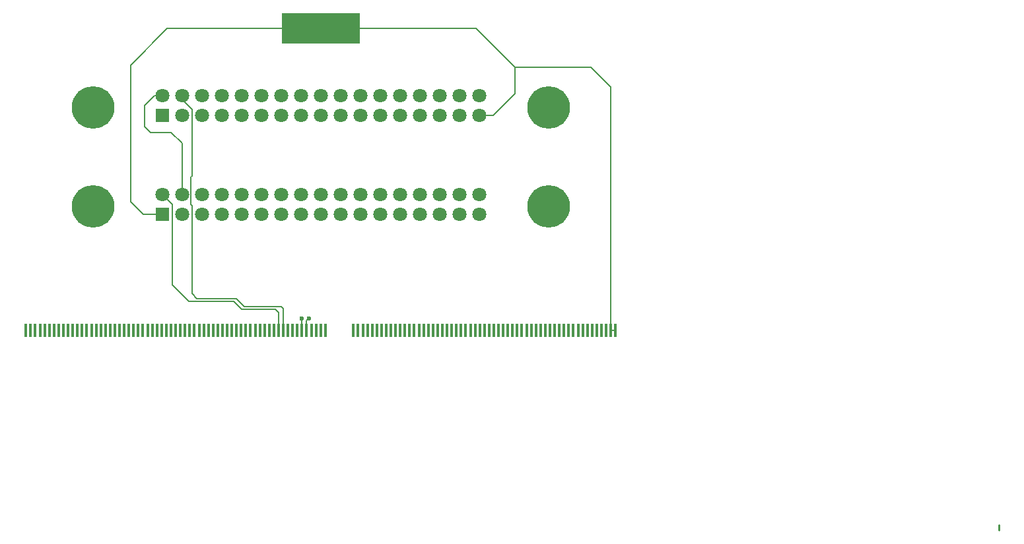
<source format=gbr>
G04 #@! TF.GenerationSoftware,KiCad,Pcbnew,5.1.5+dfsg1-2build2*
G04 #@! TF.CreationDate,2021-02-25T12:04:28+01:00*
G04 #@! TF.ProjectId,DIMMCartridgeConect,44494d4d-4361-4727-9472-69646765436f,rev?*
G04 #@! TF.SameCoordinates,Original*
G04 #@! TF.FileFunction,Copper,L1,Top*
G04 #@! TF.FilePolarity,Positive*
%FSLAX46Y46*%
G04 Gerber Fmt 4.6, Leading zero omitted, Abs format (unit mm)*
G04 Created by KiCad (PCBNEW 5.1.5+dfsg1-2build2) date 2021-02-25 12:04:28*
%MOMM*%
%LPD*%
G04 APERTURE LIST*
%ADD10R,0.400000X1.800000*%
%ADD11R,10.000000X4.000000*%
%ADD12R,1.800000X1.800000*%
%ADD13C,1.800000*%
%ADD14C,5.460000*%
%ADD15C,0.600000*%
%ADD16C,0.250000*%
%ADD17C,0.152400*%
%ADD18C,0.110000*%
G04 APERTURE END LIST*
D10*
X137800000Y-131640000D03*
X137200000Y-131640000D03*
X136600000Y-131640000D03*
X136000000Y-131640000D03*
X135400000Y-131640000D03*
X134800000Y-131640000D03*
X134200000Y-131640000D03*
X133600000Y-131640000D03*
X133000000Y-131640000D03*
X132400000Y-131640000D03*
X131800000Y-131640000D03*
X131200000Y-131640000D03*
X130600000Y-131640000D03*
X130000000Y-131640000D03*
X129400000Y-131640000D03*
X128800000Y-131640000D03*
X128200000Y-131640000D03*
X127600000Y-131640000D03*
X127000000Y-131640000D03*
X126400000Y-131640000D03*
X125800000Y-131640000D03*
X125200000Y-131640000D03*
X124600000Y-131640000D03*
X124000000Y-131640000D03*
X123400000Y-131640000D03*
X122800000Y-131640000D03*
X122200000Y-131640000D03*
X121600000Y-131640000D03*
X121000000Y-131640000D03*
X120400000Y-131640000D03*
X119800000Y-131640000D03*
X119200000Y-131640000D03*
X118600000Y-131640000D03*
X118000000Y-131640000D03*
X117400000Y-131640000D03*
X116800000Y-131640000D03*
X116200000Y-131640000D03*
X115600000Y-131640000D03*
X115000000Y-131640000D03*
X114400000Y-131640000D03*
X113800000Y-131640000D03*
X113200000Y-131640000D03*
X112600000Y-131640000D03*
X112000000Y-131640000D03*
X111400000Y-131640000D03*
X110800000Y-131640000D03*
X110200000Y-131640000D03*
X109600000Y-131640000D03*
X109000000Y-131640000D03*
X108400000Y-131640000D03*
X107800000Y-131640000D03*
X107200000Y-131640000D03*
X106600000Y-131640000D03*
X106000000Y-131640000D03*
X105400000Y-131640000D03*
X104800000Y-131640000D03*
X104200000Y-131640000D03*
X100600000Y-131640000D03*
X100000000Y-131640000D03*
X99400000Y-131640000D03*
X98800000Y-131640000D03*
X98200000Y-131640000D03*
X97600000Y-131640000D03*
X97000000Y-131640000D03*
X96400000Y-131640000D03*
X95800000Y-131640000D03*
X95200000Y-131640000D03*
X94600000Y-131640000D03*
X94000000Y-131640000D03*
X93400000Y-131640000D03*
X92800000Y-131640000D03*
X92200000Y-131640000D03*
X91600000Y-131640000D03*
X91000000Y-131640000D03*
X90400000Y-131640000D03*
X89800000Y-131640000D03*
X89200000Y-131640000D03*
X88600000Y-131640000D03*
X88000000Y-131640000D03*
X87400000Y-131640000D03*
X86800000Y-131640000D03*
X86200000Y-131640000D03*
X85600000Y-131640000D03*
X85000000Y-131640000D03*
X84400000Y-131640000D03*
X83800000Y-131640000D03*
X83200000Y-131640000D03*
X82600000Y-131640000D03*
X82000000Y-131640000D03*
X81400000Y-131640000D03*
X80800000Y-131640000D03*
X80200000Y-131640000D03*
X79600000Y-131640000D03*
X79000000Y-131640000D03*
X78400000Y-131640000D03*
X77800000Y-131640000D03*
X77200000Y-131640000D03*
X76600000Y-131640000D03*
X76000000Y-131640000D03*
X75400000Y-131640000D03*
X74800000Y-131640000D03*
X74200000Y-131640000D03*
X73600000Y-131640000D03*
X73000000Y-131640000D03*
X72400000Y-131640000D03*
X71800000Y-131640000D03*
X71200000Y-131640000D03*
X70600000Y-131640000D03*
X70000000Y-131640000D03*
X69400000Y-131640000D03*
X68800000Y-131640000D03*
X68200000Y-131640000D03*
X67600000Y-131640000D03*
X67000000Y-131640000D03*
X66400000Y-131640000D03*
X65800000Y-131640000D03*
X65200000Y-131640000D03*
X64600000Y-131640000D03*
X64000000Y-131640000D03*
X63400000Y-131640000D03*
X62800000Y-131640000D03*
X62200000Y-131640000D03*
D11*
X100000000Y-92874000D03*
D12*
X79680000Y-104000000D03*
D13*
X79680000Y-101460000D03*
X82220000Y-104000000D03*
X82220000Y-101460000D03*
X84760000Y-104000000D03*
X84760000Y-101460000D03*
X87300000Y-104000000D03*
X87300000Y-101460000D03*
X89840000Y-104000000D03*
X89840000Y-101460000D03*
X92380000Y-104000000D03*
X92380000Y-101460000D03*
X94920000Y-104000000D03*
X94920000Y-101460000D03*
X97460000Y-104000000D03*
X97460000Y-101460000D03*
X100000000Y-104000000D03*
X100000000Y-101460000D03*
X102540000Y-104000000D03*
X102540000Y-101460000D03*
D14*
X70790000Y-102980000D03*
D13*
X105080000Y-104000000D03*
X105080000Y-101460000D03*
X107620000Y-104000000D03*
X107620000Y-101460000D03*
X110160000Y-104000000D03*
X110160000Y-101460000D03*
X112700000Y-104000000D03*
X112700000Y-101460000D03*
X115240000Y-104000000D03*
X115240000Y-101460000D03*
X117780000Y-104000000D03*
X117780000Y-101460000D03*
X120320000Y-104000000D03*
X120320000Y-101460000D03*
D14*
X129210000Y-102980000D03*
X129210000Y-115680000D03*
D13*
X120320000Y-114160000D03*
X120320000Y-116700000D03*
X117780000Y-114160000D03*
X117780000Y-116700000D03*
X115240000Y-114160000D03*
X115240000Y-116700000D03*
X112700000Y-114160000D03*
X112700000Y-116700000D03*
X110160000Y-114160000D03*
X110160000Y-116700000D03*
X107620000Y-114160000D03*
X107620000Y-116700000D03*
X105080000Y-114160000D03*
X105080000Y-116700000D03*
D14*
X70790000Y-115680000D03*
D13*
X102540000Y-114160000D03*
X102540000Y-116700000D03*
X100000000Y-114160000D03*
X100000000Y-116700000D03*
X97460000Y-114160000D03*
X97460000Y-116700000D03*
X94920000Y-114160000D03*
X94920000Y-116700000D03*
X92380000Y-114160000D03*
X92380000Y-116700000D03*
X89840000Y-114160000D03*
X89840000Y-116700000D03*
X87300000Y-114160000D03*
X87300000Y-116700000D03*
X84760000Y-114160000D03*
X84760000Y-116700000D03*
X82220000Y-114160000D03*
X82220000Y-116700000D03*
X79680000Y-114160000D03*
D12*
X79680000Y-116700000D03*
D15*
X98476000Y-130085000D03*
X97587000Y-130085000D03*
D16*
X186949000Y-157280000D02*
X186949000Y-156580000D01*
D17*
X137200000Y-131640000D02*
X137800000Y-131640000D01*
X137200000Y-131640000D02*
X137200000Y-100356000D01*
X137200000Y-100356000D02*
X134671000Y-97827000D01*
X122148000Y-104000000D02*
X120320000Y-104000000D01*
X134671000Y-97827000D02*
X129210000Y-97827000D01*
X129210000Y-97827000D02*
X128321000Y-97827000D01*
X119939000Y-92874000D02*
X124892000Y-97827000D01*
X100000000Y-92874000D02*
X119939000Y-92874000D01*
X129210000Y-97827000D02*
X124892000Y-97827000D01*
X124892000Y-101256000D02*
X124384000Y-101764000D01*
X124892000Y-97827000D02*
X124892000Y-101256000D01*
X124384000Y-101764000D02*
X122148000Y-104000000D01*
X100000000Y-92874000D02*
X80315000Y-92874000D01*
X80315000Y-92874000D02*
X75616000Y-97573000D01*
X75616000Y-97573000D02*
X75616000Y-115099000D01*
X77217000Y-116700000D02*
X79680000Y-116700000D01*
X75616000Y-115099000D02*
X77217000Y-116700000D01*
X98200000Y-130361000D02*
X98476000Y-130085000D01*
X98200000Y-131640000D02*
X98200000Y-130361000D01*
X97587000Y-131627000D02*
X97600000Y-131640000D01*
X97600000Y-130098000D02*
X97587000Y-130085000D01*
X97600000Y-131640000D02*
X97600000Y-130098000D01*
D18*
X95250000Y-131690000D02*
X95200000Y-131640000D01*
D17*
X83490000Y-111797000D02*
X83490000Y-103288000D01*
X83363000Y-111924000D02*
X83490000Y-111797000D01*
X83490000Y-126910000D02*
X83490000Y-115607000D01*
X84125000Y-127545000D02*
X83490000Y-126910000D01*
X89205000Y-127545000D02*
X84125000Y-127545000D01*
X82220000Y-102018000D02*
X82220000Y-101460000D01*
X90221000Y-128561000D02*
X89205000Y-127545000D01*
X83490000Y-103288000D02*
X82220000Y-102018000D01*
X83363000Y-115480000D02*
X83363000Y-111924000D01*
X83490000Y-115607000D02*
X83363000Y-115480000D01*
X94920000Y-128561000D02*
X90221000Y-128561000D01*
X95200000Y-128841000D02*
X94920000Y-128561000D01*
X95200000Y-131640000D02*
X95200000Y-128841000D01*
X94600000Y-131640000D02*
X94600000Y-129384000D01*
X94600000Y-129384000D02*
X94158000Y-128942000D01*
X94158000Y-128942000D02*
X89840000Y-128942000D01*
X89840000Y-128942000D02*
X88824000Y-127926000D01*
X83490000Y-127926000D02*
X83109000Y-127926000D01*
X88824000Y-127926000D02*
X83490000Y-127926000D01*
X83109000Y-127926000D02*
X80950000Y-125767000D01*
X80950000Y-115430000D02*
X79680000Y-114160000D01*
X80950000Y-125767000D02*
X80950000Y-115430000D01*
X82220000Y-114160000D02*
X82220000Y-107606000D01*
X82220000Y-107606000D02*
X80823000Y-106209000D01*
X80823000Y-106209000D02*
X78156000Y-106209000D01*
X78156000Y-106209000D02*
X77394000Y-105447000D01*
X77394000Y-105447000D02*
X77394000Y-102780000D01*
X78714000Y-101460000D02*
X79680000Y-101460000D01*
X77394000Y-102780000D02*
X78714000Y-101460000D01*
M02*

</source>
